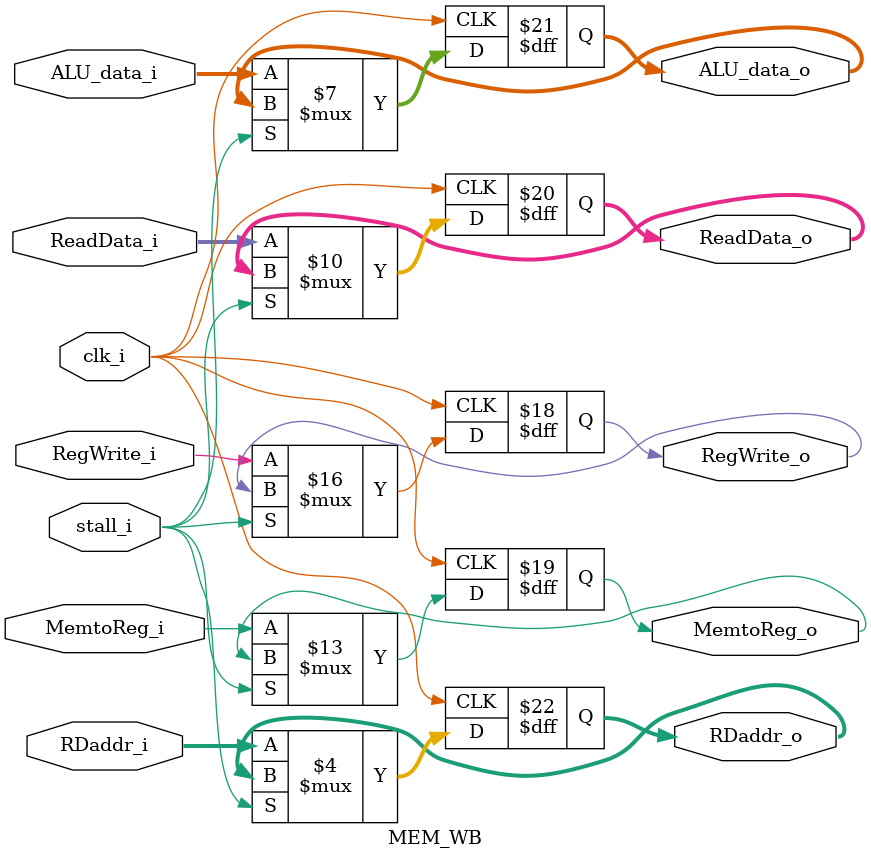
<source format=v>
module MEM_WB(
    clk_i      ,
    RegWrite_i ,
    MemtoReg_i  ,
    RegWrite_o ,
    MemtoReg_o  ,

    ReadData_i ,
    ALU_data_i ,
	RDaddr_i   ,
    ReadData_o ,
    ALU_data_o ,
	RDaddr_o  ,

	stall_i
);

input clk_i;
input stall_i;
input RegWrite_i, MemtoReg_i;
output reg RegWrite_o, MemtoReg_o;

input [31:0] ReadData_i, ALU_data_i;
output reg [31:0] ReadData_o, ALU_data_o;
input       [4:0]     RDaddr_i;
output reg  [4:0]     RDaddr_o;

always @(posedge clk_i) begin
	if(stall_i == 1'b0) begin
		RegWrite_o <= RegWrite_i;
    	MemtoReg_o <= MemtoReg_i;
    	ReadData_o <= ReadData_i;
    	ALU_data_o <= ALU_data_i;
		RDaddr_o <= RDaddr_i;
	end
	else begin
		RegWrite_o <= RegWrite_o;
    	MemtoReg_o <= MemtoReg_o;
    	ReadData_o <= ReadData_o;
    	ALU_data_o <= ALU_data_o;
		RDaddr_o <= RDaddr_o;	
	end
end
endmodule

</source>
